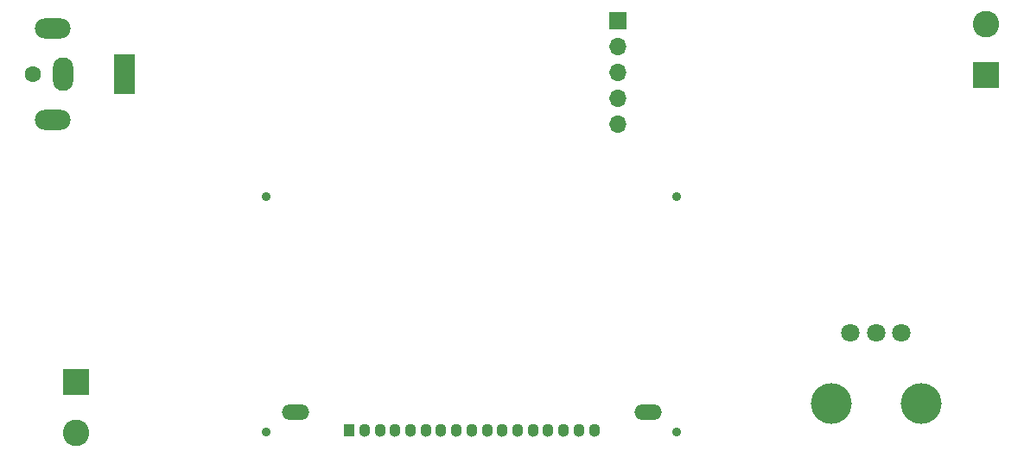
<source format=gbr>
%TF.GenerationSoftware,KiCad,Pcbnew,8.0.5*%
%TF.CreationDate,2025-07-10T15:46:46-04:00*%
%TF.ProjectId,Var_Volt_Conv,5661725f-566f-46c7-945f-436f6e762e6b,rev?*%
%TF.SameCoordinates,Original*%
%TF.FileFunction,Soldermask,Bot*%
%TF.FilePolarity,Negative*%
%FSLAX46Y46*%
G04 Gerber Fmt 4.6, Leading zero omitted, Abs format (unit mm)*
G04 Created by KiCad (PCBNEW 8.0.5) date 2025-07-10 15:46:46*
%MOMM*%
%LPD*%
G01*
G04 APERTURE LIST*
%ADD10C,0.900000*%
%ADD11R,1.100000X1.300000*%
%ADD12O,1.100000X1.300000*%
%ADD13O,2.700000X1.500000*%
%ADD14C,4.000000*%
%ADD15C,1.800000*%
%ADD16R,2.600000X2.600000*%
%ADD17C,2.600000*%
%ADD18R,1.700000X1.700000*%
%ADD19O,1.700000X1.700000*%
%ADD20C,1.600000*%
%ADD21R,2.000000X4.000000*%
%ADD22O,2.000000X3.300000*%
%ADD23O,3.500000X2.000000*%
G04 APERTURE END LIST*
D10*
%TO.C,U301*%
X123787500Y-103990000D03*
X123787500Y-127090000D03*
X163987500Y-103990000D03*
X163987500Y-127090000D03*
D11*
X131887500Y-126940000D03*
D12*
X133387500Y-126940000D03*
X134887500Y-126940000D03*
X136387500Y-126940000D03*
X137887500Y-126940000D03*
X139387500Y-126940000D03*
X140887500Y-126940000D03*
X142387500Y-126940000D03*
X143887500Y-126940000D03*
X145387500Y-126940000D03*
X146887500Y-126940000D03*
X148387500Y-126940000D03*
X149887500Y-126940000D03*
X151387500Y-126940000D03*
X152887500Y-126940000D03*
X154387500Y-126940000D03*
X155887500Y-126940000D03*
D13*
X126587500Y-125140000D03*
X161187500Y-125140000D03*
%TD*%
D14*
%TO.C,RV101*%
X187900000Y-124365000D03*
X179100000Y-124365000D03*
D15*
X181000000Y-117365000D03*
X183500000Y-117365000D03*
X186000000Y-117365000D03*
%TD*%
D16*
%TO.C,J102*%
X105142500Y-122215000D03*
D17*
X105142500Y-127215000D03*
%TD*%
D16*
%TO.C,J103*%
X194292500Y-92090000D03*
D17*
X194292500Y-87090000D03*
%TD*%
D18*
%TO.C,J201*%
X158187500Y-86770000D03*
D19*
X158187500Y-89310000D03*
X158187500Y-91850000D03*
X158187500Y-94390000D03*
X158187500Y-96930000D03*
%TD*%
D20*
%TO.C,J101*%
X100862500Y-92015000D03*
D21*
X109862500Y-92015000D03*
D22*
X103862500Y-92015000D03*
D23*
X102862500Y-87515000D03*
X102862500Y-96515000D03*
%TD*%
M02*

</source>
